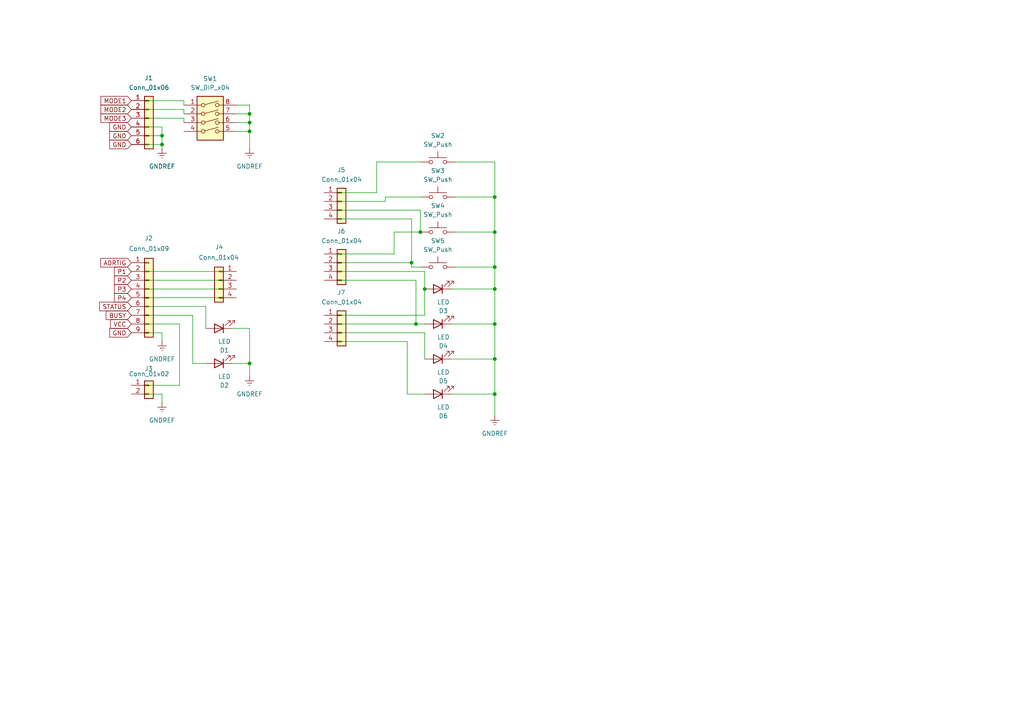
<source format=kicad_sch>
(kicad_sch (version 20231120) (generator "eeschema") (generator_version "8.0")
  (paper "A4")
  (title_block (title "IMBLE3 interface test") (date "2025-01-24") (rev "0.1") (company "Interplan Co,. Ltd."))
  (lib_symbols
    (symbol "Connector_Generic:Conn_01x02" (pin_names (offset 1.016) hide)
      (property "Reference" "J" (at 0 2.54 0))
      (property "Value" "Conn_01x02" (at 0 -5.08 0))
      (symbol "Conn_01x02_1_1"
        (rectangle (start -1.27 -2.413) (end 0 -2.667) (stroke (width 0.1524)))
        (rectangle (start -1.27 0.127) (end 0 -0.127) (stroke (width 0.1524)))
        (rectangle (start -1.27 1.27) (end 1.27 -3.81) (stroke (width 0.254)) (fill (type background)))
        (pin passive line (at -5.08 0 0) (length 3.81) (name "Pin_1") (number "1"))
        (pin passive line (at -5.08 -2.54 0) (length 3.81) (name "Pin_2") (number "2"))
      )
    )
    (symbol "Connector_Generic:Conn_01x04" (pin_names (offset 1.016) hide)
      (property "Reference" "J" (at 0 5.08 0))
      (property "Value" "Conn_01x04" (at 0 -7.62 0))
      (symbol "Conn_01x04_1_1"
        (rectangle (start -1.27 -4.953) (end 0 -5.207) (stroke (width 0.1524)))
        (rectangle (start -1.27 -2.413) (end 0 -2.667) (stroke (width 0.1524)))
        (rectangle (start -1.27 0.127) (end 0 -0.127) (stroke (width 0.1524)))
        (rectangle (start -1.27 2.667) (end 0 2.413) (stroke (width 0.1524)))
        (rectangle (start -1.27 3.81) (end 1.27 -6.35) (stroke (width 0.254)) (fill (type background)))
        (pin passive line (at -5.08 2.54 0) (length 3.81) (name "Pin_1") (number "1"))
        (pin passive line (at -5.08 0 0) (length 3.81) (name "Pin_2") (number "2"))
        (pin passive line (at -5.08 -2.54 0) (length 3.81) (name "Pin_3") (number "3"))
        (pin passive line (at -5.08 -5.08 0) (length 3.81) (name "Pin_4") (number "4"))
      )
    )
    (symbol "Connector_Generic:Conn_01x06" (pin_names (offset 1.016) hide)
      (property "Reference" "J" (at 0 7.62 0))
      (property "Value" "Conn_01x06" (at 0 -10.16 0))
      (symbol "Conn_01x06_1_1"
        (rectangle (start -1.27 -7.493) (end 0 -7.747) (stroke (width 0.1524)))
        (rectangle (start -1.27 -4.953) (end 0 -5.207) (stroke (width 0.1524)))
        (rectangle (start -1.27 -2.413) (end 0 -2.667) (stroke (width 0.1524)))
        (rectangle (start -1.27 0.127) (end 0 -0.127) (stroke (width 0.1524)))
        (rectangle (start -1.27 2.667) (end 0 2.413) (stroke (width 0.1524)))
        (rectangle (start -1.27 5.207) (end 0 4.953) (stroke (width 0.1524)))
        (rectangle (start -1.27 6.35) (end 1.27 -8.89) (stroke (width 0.254)) (fill (type background)))
        (pin passive line (at -5.08 5.08 0) (length 3.81) (name "Pin_1") (number "1"))
        (pin passive line (at -5.08 2.54 0) (length 3.81) (name "Pin_2") (number "2"))
        (pin passive line (at -5.08 0 0) (length 3.81) (name "Pin_3") (number "3"))
        (pin passive line (at -5.08 -2.54 0) (length 3.81) (name "Pin_4") (number "4"))
        (pin passive line (at -5.08 -5.08 0) (length 3.81) (name "Pin_5") (number "5"))
        (pin passive line (at -5.08 -7.62 0) (length 3.81) (name "Pin_6") (number "6"))
      )
    )
    (symbol "Connector_Generic:Conn_01x09" (pin_names (offset 1.016) hide)
      (property "Reference" "J" (at 0 12.7 0))
      (property "Value" "Conn_01x09" (at 0 -12.7 0))
      (symbol "Conn_01x09_1_1"
        (rectangle (start -1.27 -10.033) (end 0 -10.287) (stroke (width 0.1524)))
        (rectangle (start -1.27 -7.493) (end 0 -7.747) (stroke (width 0.1524)))
        (rectangle (start -1.27 -4.953) (end 0 -5.207) (stroke (width 0.1524)))
        (rectangle (start -1.27 -2.413) (end 0 -2.667) (stroke (width 0.1524)))
        (rectangle (start -1.27 0.127) (end 0 -0.127) (stroke (width 0.1524)))
        (rectangle (start -1.27 2.667) (end 0 2.413) (stroke (width 0.1524)))
        (rectangle (start -1.27 5.207) (end 0 4.953) (stroke (width 0.1524)))
        (rectangle (start -1.27 7.747) (end 0 7.493) (stroke (width 0.1524)))
        (rectangle (start -1.27 10.287) (end 0 10.033) (stroke (width 0.1524)))
        (rectangle (start -1.27 11.43) (end 1.27 -11.43) (stroke (width 0.254)) (fill (type background)))
        (pin passive line (at -5.08 10.16 0) (length 3.81) (name "Pin_1") (number "1"))
        (pin passive line (at -5.08 7.62 0) (length 3.81) (name "Pin_2") (number "2"))
        (pin passive line (at -5.08 5.08 0) (length 3.81) (name "Pin_3") (number "3"))
        (pin passive line (at -5.08 2.54 0) (length 3.81) (name "Pin_4") (number "4"))
        (pin passive line (at -5.08 0 0) (length 3.81) (name "Pin_5") (number "5"))
        (pin passive line (at -5.08 -2.54 0) (length 3.81) (name "Pin_6") (number "6"))
        (pin passive line (at -5.08 -5.08 0) (length 3.81) (name "Pin_7") (number "7"))
        (pin passive line (at -5.08 -7.62 0) (length 3.81) (name "Pin_8") (number "8"))
        (pin passive line (at -5.08 -10.16 0) (length 3.81) (name "Pin_9") (number "9"))
      )
    )
    (symbol "Device:LED" (pin_numbers hide) (pin_names (offset 1.016) hide)
      (property "Reference" "D" (at 0 2.54 0))
      (property "Value" "LED" (at 0 -2.54 0))
      (symbol "LED_0_1"
        (polyline (pts (xy -1.27 -1.27) (xy -1.27 1.27)) (stroke (width 0.254)))
        (polyline (pts (xy -1.27 0) (xy 1.27 0)))
        (polyline (pts (xy 1.27 -1.27) (xy 1.27 1.27) (xy -1.27 0) (xy 1.27 -1.27)) (stroke (width 0.254)))
        (polyline (pts (xy -3.048 -0.762) (xy -4.572 -2.286) (xy -3.81 -2.286) (xy -4.572 -2.286) (xy -4.572 -1.524)))
        (polyline (pts (xy -1.778 -0.762) (xy -3.302 -2.286) (xy -2.54 -2.286) (xy -3.302 -2.286) (xy -3.302 -1.524)))
      )
      (symbol "LED_1_1"
        (pin passive line (at -3.81 0 0) (length 2.54) (name "K") (number "1"))
        (pin passive line (at 3.81 0 180) (length 2.54) (name "A") (number "2"))
      )
    )
    (symbol "Switch:SW_DIP_x04" (pin_names (offset 0) hide)
      (property "Reference" "SW" (at 0 8.89 0))
      (property "Value" "SW_DIP_x04" (at 0 -6.35 0))
      (symbol "SW_DIP_x04_0_0"
        (circle (center -2.032 -2.54) (radius 0.508))
        (circle (center -2.032 0) (radius 0.508))
        (circle (center -2.032 2.54) (radius 0.508))
        (circle (center -2.032 5.08) (radius 0.508))
        (polyline (pts (xy -1.524 -2.3876) (xy 2.3622 -1.3462)))
        (polyline (pts (xy -1.524 0.127) (xy 2.3622 1.1684)))
        (polyline (pts (xy -1.524 2.667) (xy 2.3622 3.7084)))
        (polyline (pts (xy -1.524 5.207) (xy 2.3622 6.2484)))
        (circle (center 2.032 -2.54) (radius 0.508))
        (circle (center 2.032 0) (radius 0.508))
        (circle (center 2.032 2.54) (radius 0.508))
        (circle (center 2.032 5.08) (radius 0.508))
      )
      (symbol "SW_DIP_x04_0_1"
        (rectangle (start -3.81 7.62) (end 3.81 -5.08) (stroke (width 0.254)) (fill (type background)))
      )
      (symbol "SW_DIP_x04_1_1"
        (pin passive line (at -7.62 5.08 0) (length 5.08) (name "~") (number "1"))
        (pin passive line (at -7.62 2.54 0) (length 5.08) (name "~") (number "2"))
        (pin passive line (at -7.62 0 0) (length 5.08) (name "~") (number "3"))
        (pin passive line (at -7.62 -2.54 0) (length 5.08) (name "~") (number "4"))
        (pin passive line (at 7.62 -2.54 180) (length 5.08) (name "~") (number "5"))
        (pin passive line (at 7.62 0 180) (length 5.08) (name "~") (number "6"))
        (pin passive line (at 7.62 2.54 180) (length 5.08) (name "~") (number "7"))
        (pin passive line (at 7.62 5.08 180) (length 5.08) (name "~") (number "8"))
      )
    )
    (symbol "Switch:SW_Push" (pin_numbers hide) (pin_names (offset 1.016) hide)
      (property "Reference" "SW" (at 1.27 2.54 0))
      (property "Value" "SW_Push" (at 0 -1.524 0))
      (symbol "SW_Push_0_1"
        (circle (center -2.032 0) (radius 0.508))
        (polyline (pts (xy 0 1.27) (xy 0 3.048)))
        (polyline (pts (xy 2.54 1.27) (xy -2.54 1.27)))
        (circle (center 2.032 0) (radius 0.508))
        (pin passive line (at -5.08 0 0) (length 2.54) (name "1") (number "1"))
        (pin passive line (at 5.08 0 180) (length 2.54) (name "2") (number "2"))
      )
    )
    (symbol "power:GNDREF" (power) (pin_numbers hide) (pin_names (offset 0) hide)
      (property "Value" "GNDREF" (at 0 -3.81 0))
      (symbol "GNDREF_0_1"
        (polyline (pts (xy -0.635 -1.905) (xy 0.635 -1.905)))
        (polyline (pts (xy -0.127 -2.54) (xy 0.127 -2.54)))
        (polyline (pts (xy 0 -1.27) (xy 0 0)))
        (polyline (pts (xy 1.27 -1.27) (xy -1.27 -1.27)))
      )
      (symbol "GNDREF_1_1"
        (pin power_in line (at 0 0 270) (length 0) (name "~") (number "1"))
      )
    )
  )
  (junction (at 143.51 83.82))
  (junction (at 143.51 114.3))
  (junction (at 143.51 67.31))
  (junction (at 119.38 76.2))
  (junction (at 46.99 39.37))
  (junction (at 123.19 83.82))
  (junction (at 143.51 93.98))
  (junction (at 143.51 57.15))
  (junction (at 46.99 41.91))
  (junction (at 72.39 105.41))
  (junction (at 72.39 38.1))
  (junction (at 143.51 104.14))
  (junction (at 72.39 33.02))
  (junction (at 121.92 67.31))
  (junction (at 120.65 93.98))
  (junction (at 72.39 35.56))
  (junction (at 143.51 77.47))
  (wire (pts (xy 143.51 67.31) (xy 143.51 77.47)))
  (wire (pts (xy 68.58 33.02) (xy 72.39 33.02)))
  (wire (pts (xy 120.65 81.28) (xy 120.65 93.98)))
  (wire (pts (xy 121.92 60.96) (xy 121.92 67.31)))
  (wire (pts (xy 41.91 81.28) (xy 64.77 81.28)))
  (wire (pts (xy 143.51 114.3) (xy 143.51 120.65)))
  (wire (pts (xy 143.51 83.82) (xy 143.51 77.47)))
  (wire (pts (xy 123.19 91.44) (xy 123.19 83.82)))
  (wire (pts (xy 111.76 57.15) (xy 121.92 57.15)))
  (wire (pts (xy 109.22 55.88) (xy 109.22 46.99)))
  (wire (pts (xy 72.39 35.56) (xy 72.39 38.1)))
  (wire (pts (xy 53.34 31.75) (xy 53.34 33.02)))
  (wire (pts (xy 41.91 36.83) (xy 46.99 36.83)))
  (wire (pts (xy 97.79 99.06) (xy 118.11 99.06)))
  (wire (pts (xy 143.51 93.98) (xy 143.51 104.14)))
  (wire (pts (xy 118.11 114.3) (xy 123.19 114.3)))
  (wire (pts (xy 46.99 39.37) (xy 46.99 41.91)))
  (wire (pts (xy 46.99 114.3) (xy 46.99 116.84)))
  (wire (pts (xy 120.65 93.98) (xy 123.19 93.98)))
  (wire (pts (xy 41.91 91.44) (xy 55.88 91.44)))
  (wire (pts (xy 46.99 36.83) (xy 46.99 39.37)))
  (wire (pts (xy 97.79 96.52) (xy 123.19 96.52)))
  (wire (pts (xy 41.91 86.36) (xy 64.77 86.36)))
  (wire (pts (xy 132.08 57.15) (xy 143.51 57.15)))
  (wire (pts (xy 130.81 93.98) (xy 143.51 93.98)))
  (wire (pts (xy 55.88 105.41) (xy 59.69 105.41)))
  (wire (pts (xy 130.81 114.3) (xy 143.51 114.3)))
  (wire (pts (xy 111.76 58.42) (xy 111.76 57.15)))
  (wire (pts (xy 97.79 93.98) (xy 120.65 93.98)))
  (wire (pts (xy 130.81 104.14) (xy 143.51 104.14)))
  (wire (pts (xy 114.3 73.66) (xy 114.3 67.31)))
  (wire (pts (xy 143.51 77.47) (xy 132.08 77.47)))
  (wire (pts (xy 67.31 95.25) (xy 72.39 95.25)))
  (wire (pts (xy 118.11 99.06) (xy 118.11 114.3)))
  (wire (pts (xy 68.58 30.48) (xy 72.39 30.48)))
  (wire (pts (xy 41.91 78.74) (xy 64.77 78.74)))
  (wire (pts (xy 109.22 46.99) (xy 121.92 46.99)))
  (wire (pts (xy 132.08 46.99) (xy 143.51 46.99)))
  (wire (pts (xy 72.39 33.02) (xy 72.39 35.56)))
  (wire (pts (xy 41.91 83.82) (xy 64.77 83.82)))
  (wire (pts (xy 123.19 78.74) (xy 123.19 83.82)))
  (wire (pts (xy 41.91 29.21) (xy 53.34 29.21)))
  (wire (pts (xy 72.39 30.48) (xy 72.39 33.02)))
  (wire (pts (xy 41.91 93.98) (xy 52.07 93.98)))
  (wire (pts (xy 72.39 38.1) (xy 72.39 43.18)))
  (wire (pts (xy 67.31 105.41) (xy 72.39 105.41)))
  (wire (pts (xy 97.79 58.42) (xy 111.76 58.42)))
  (wire (pts (xy 53.34 34.29) (xy 53.34 35.56)))
  (wire (pts (xy 97.79 73.66) (xy 114.3 73.66)))
  (wire (pts (xy 41.91 88.9) (xy 59.69 88.9)))
  (wire (pts (xy 114.3 67.31) (xy 121.92 67.31)))
  (wire (pts (xy 41.91 114.3) (xy 46.99 114.3)))
  (wire (pts (xy 41.91 34.29) (xy 53.34 34.29)))
  (wire (pts (xy 119.38 77.47) (xy 121.92 77.47)))
  (wire (pts (xy 68.58 35.56) (xy 72.39 35.56)))
  (wire (pts (xy 97.79 55.88) (xy 109.22 55.88)))
  (wire (pts (xy 132.08 67.31) (xy 143.51 67.31)))
  (wire (pts (xy 119.38 76.2) (xy 119.38 77.47)))
  (wire (pts (xy 97.79 78.74) (xy 123.19 78.74)))
  (wire (pts (xy 97.79 76.2) (xy 119.38 76.2)))
  (wire (pts (xy 72.39 105.41) (xy 72.39 109.22)))
  (wire (pts (xy 41.91 31.75) (xy 53.34 31.75)))
  (wire (pts (xy 97.79 81.28) (xy 120.65 81.28)))
  (wire (pts (xy 119.38 63.5) (xy 119.38 76.2)))
  (wire (pts (xy 52.07 93.98) (xy 52.07 111.76)))
  (wire (pts (xy 97.79 91.44) (xy 123.19 91.44)))
  (wire (pts (xy 55.88 91.44) (xy 55.88 105.41)))
  (wire (pts (xy 53.34 29.21) (xy 53.34 30.48)))
  (wire (pts (xy 41.91 39.37) (xy 46.99 39.37)))
  (wire (pts (xy 46.99 41.91) (xy 46.99 43.18)))
  (wire (pts (xy 143.51 46.99) (xy 143.51 57.15)))
  (wire (pts (xy 46.99 96.52) (xy 46.99 99.06)))
  (wire (pts (xy 72.39 95.25) (xy 72.39 105.41)))
  (wire (pts (xy 41.91 41.91) (xy 46.99 41.91)))
  (wire (pts (xy 97.79 60.96) (xy 121.92 60.96)))
  (wire (pts (xy 41.91 96.52) (xy 46.99 96.52)))
  (wire (pts (xy 143.51 57.15) (xy 143.51 67.31)))
  (wire (pts (xy 143.51 93.98) (xy 143.51 83.82)))
  (wire (pts (xy 130.81 83.82) (xy 143.51 83.82)))
  (wire (pts (xy 143.51 104.14) (xy 143.51 114.3)))
  (wire (pts (xy 97.79 63.5) (xy 119.38 63.5)))
  (wire (pts (xy 41.91 111.76) (xy 52.07 111.76)))
  (wire (pts (xy 68.58 38.1) (xy 72.39 38.1)))
  (wire (pts (xy 123.19 96.52) (xy 123.19 104.14)))
  (wire (pts (xy 59.69 88.9) (xy 59.69 95.25)))
  (global_label "ADRTIG" (shape input) (at 38.1 76.2 180) (property "Intersheetrefs" "${INTERSHEET_REFS}" (effects (hide yes))))
  (global_label "GND" (shape input) (at 38.1 96.52 180) (property "Intersheetrefs" "${INTERSHEET_REFS}" (effects (hide yes))))
  (global_label "GND" (shape input) (at 38.1 41.91 180) (property "Intersheetrefs" "${INTERSHEET_REFS}" (effects (hide yes))))
  (global_label "P2" (shape input) (at 38.1 81.28 180) (property "Intersheetrefs" "${INTERSHEET_REFS}" (effects (hide yes))))
  (global_label "MODE3" (shape input) (at 38.1 34.29 180) (property "Intersheetrefs" "${INTERSHEET_REFS}" (effects (hide yes))))
  (global_label "P1" (shape input) (at 38.1 78.74 180) (property "Intersheetrefs" "${INTERSHEET_REFS}" (effects (hide yes))))
  (global_label "MODE2" (shape input) (at 38.1 31.75 180) (property "Intersheetrefs" "${INTERSHEET_REFS}" (effects (hide yes))))
  (global_label "MODE1" (shape input) (at 38.1 29.21 180) (property "Intersheetrefs" "${INTERSHEET_REFS}" (effects (hide yes))))
  (global_label "VCC" (shape input) (at 38.1 93.98 180) (property "Intersheetrefs" "${INTERSHEET_REFS}" (effects (hide yes))))
  (global_label "P4" (shape input) (at 38.1 86.36 180) (property "Intersheetrefs" "${INTERSHEET_REFS}" (effects (hide yes))))
  (global_label "P3" (shape input) (at 38.1 83.82 180) (property "Intersheetrefs" "${INTERSHEET_REFS}" (effects (hide yes))))
  (global_label "STATUS" (shape input) (at 38.1 88.9 180) (property "Intersheetrefs" "${INTERSHEET_REFS}" (effects (hide yes))))
  (global_label "GND" (shape input) (at 38.1 36.83 180) (property "Intersheetrefs" "${INTERSHEET_REFS}" (effects (hide yes))))
  (global_label "BUSY" (shape input) (at 38.1 91.44 180) (property "Intersheetrefs" "${INTERSHEET_REFS}" (effects (hide yes))))
  (global_label "GND" (shape input) (at 38.1 39.37 180) (property "Intersheetrefs" "${INTERSHEET_REFS}" (effects (hide yes))))
  (symbol (lib_id "power:GNDREF") (at 72.39 109.22 0) (unit 1)
    (property "Reference" "#PWR05" (effects (hide yes)))
    (property "Value" "GNDREF" (at 72.39 114.3 0))
    (property "Description" "Power symbol creates a global label with name \"GNDREF\" , reference supply ground" (effects (hide yes)))
  )
  (symbol (lib_id "Connector_Generic:Conn_01x02") (at 43.18 111.76 0) (unit 1)
    (property "Reference" "J3" (at 41.91 106.934 0) (effects (justify left)))
    (property "Value" "Conn_01x02" (at 37.338 108.458 0) (effects (justify left)))
    (property "Description" "Generic connector, single row, 01x02, script generated (kicad-library-utils/schlib/autogen/connector/)" (effects (hide yes)))
  )
  (symbol (lib_id "power:GNDREF") (at 143.51 120.65 0) (unit 1)
    (property "Reference" "#PWR06" (effects (hide yes)))
    (property "Value" "GNDREF" (at 143.51 125.73 0))
    (property "Description" "Power symbol creates a global label with name \"GNDREF\" , reference supply ground" (effects (hide yes)))
  )
  (symbol (lib_id "Switch:SW_Push") (at 127 57.15 0) (unit 1)
    (property "Reference" "SW3" (at 127 49.53 0))
    (property "Value" "SW_Push" (at 127 52.07 0))
    (property "Description" "Push button switch, generic, two pins" (effects (hide yes)))
  )
  (symbol (lib_id "Switch:SW_Push") (at 127 67.31 0) (unit 1)
    (property "Reference" "SW4" (at 127 59.69 0))
    (property "Value" "SW_Push" (at 127 62.23 0))
    (property "Description" "Push button switch, generic, two pins" (effects (hide yes)))
  )
  (symbol (lib_id "Device:LED") (at 63.5 105.41 180) (unit 1)
    (property "Reference" "D2" (at 65.0875 111.76 0))
    (property "Value" "LED" (at 65.0875 109.22 0))
    (property "Description" "Light emitting diode" (effects (hide yes)))
  )
  (symbol (lib_id "Device:LED") (at 63.5 95.25 180) (unit 1)
    (property "Reference" "D1" (at 65.0875 101.6 0))
    (property "Value" "LED" (at 65.0875 99.06 0))
    (property "Description" "Light emitting diode" (effects (hide yes)))
  )
  (symbol (lib_id "Connector_Generic:Conn_01x06") (at 43.18 34.29 0) (unit 1)
    (property "Reference" "J1" (at 41.91 22.606 0) (effects (justify left)))
    (property "Value" "Conn_01x06" (at 37.338 25.4 0) (effects (justify left)))
    (property "Description" "Generic connector, single row, 01x06, script generated (kicad-library-utils/schlib/autogen/connector/)" (effects (hide yes)))
  )
  (symbol (lib_id "Switch:SW_Push") (at 127 46.99 0) (unit 1)
    (property "Reference" "SW2" (at 127 39.37 0))
    (property "Value" "SW_Push" (at 127 41.91 0))
    (property "Description" "Push button switch, generic, two pins" (effects (hide yes)))
  )
  (symbol (lib_id "Connector_Generic:Conn_01x04") (at 99.06 76.2 0) (unit 1)
    (property "Reference" "J6" (at 97.79 67.056 0) (effects (justify left)))
    (property "Value" "Conn_01x04" (at 93.218 69.85 0) (effects (justify left)))
    (property "Description" "Generic connector, single row, 01x04, script generated (kicad-library-utils/schlib/autogen/connector/)" (effects (hide yes)))
  )
  (symbol (lib_id "Device:LED") (at 127 83.82 180) (unit 1)
    (property "Reference" "D3" (at 128.5875 90.17 0))
    (property "Value" "LED" (at 128.5875 87.63 0))
    (property "Description" "Light emitting diode" (effects (hide yes)))
  )
  (symbol (lib_id "power:GNDREF") (at 46.99 99.06 0) (unit 1)
    (property "Reference" "#PWR03" (effects (hide yes)))
    (property "Value" "GNDREF" (at 46.99 104.14 0))
    (property "Description" "Power symbol creates a global label with name \"GNDREF\" , reference supply ground" (effects (hide yes)))
  )
  (symbol (lib_id "Switch:SW_Push") (at 127 77.47 0) (unit 1)
    (property "Reference" "SW5" (at 127 69.85 0))
    (property "Value" "SW_Push" (at 127 72.39 0))
    (property "Description" "Push button switch, generic, two pins" (effects (hide yes)))
  )
  (symbol (lib_id "Connector_Generic:Conn_01x09") (at 43.18 86.36 0) (unit 1)
    (property "Reference" "J2" (at 41.91 69.088 0) (effects (justify left)))
    (property "Value" "Conn_01x09" (at 37.338 72.136 0) (effects (justify left)))
    (property "Description" "Generic connector, single row, 01x09, script generated (kicad-library-utils/schlib/autogen/connector/)" (effects (hide yes)))
  )
  (symbol (lib_id "Connector_Generic:Conn_01x04") (at 63.5 81.28 0) (mirror y) (unit 1)
    (property "Reference" "J4" (at 64.77 71.628 0) (effects (justify left)))
    (property "Value" "Conn_01x04" (at 69.342 74.676 0) (effects (justify left)))
    (property "Description" "Generic connector, single row, 01x04, script generated (kicad-library-utils/schlib/autogen/connector/)" (effects (hide yes)))
  )
  (symbol (lib_id "power:GNDREF") (at 72.39 43.18 0) (unit 1)
    (property "Reference" "#PWR02" (effects (hide yes)))
    (property "Value" "GNDREF" (at 72.39 48.26 0))
    (property "Description" "Power symbol creates a global label with name \"GNDREF\" , reference supply ground" (effects (hide yes)))
  )
  (symbol (lib_id "power:GNDREF") (at 46.99 43.18 0) (unit 1)
    (property "Reference" "#PWR01" (effects (hide yes)))
    (property "Value" "GNDREF" (at 46.99 48.26 0))
    (property "Description" "Power symbol creates a global label with name \"GNDREF\" , reference supply ground" (effects (hide yes)))
  )
  (symbol (lib_id "Device:LED") (at 127 93.98 180) (unit 1)
    (property "Reference" "D4" (at 128.5875 100.33 0))
    (property "Value" "LED" (at 128.5875 97.79 0))
    (property "Description" "Light emitting diode" (effects (hide yes)))
  )
  (symbol (lib_id "Connector_Generic:Conn_01x04") (at 99.06 58.42 0) (unit 1)
    (property "Reference" "J5" (at 97.79 49.276 0) (effects (justify left)))
    (property "Value" "Conn_01x04" (at 93.218 52.07 0) (effects (justify left)))
    (property "Description" "Generic connector, single row, 01x04, script generated (kicad-library-utils/schlib/autogen/connector/)" (effects (hide yes)))
  )
  (symbol (lib_id "power:GNDREF") (at 46.99 116.84 0) (unit 1)
    (property "Reference" "#PWR04" (effects (hide yes)))
    (property "Value" "GNDREF" (at 46.99 121.92 0))
    (property "Description" "Power symbol creates a global label with name \"GNDREF\" , reference supply ground" (effects (hide yes)))
  )
  (symbol (lib_id "Switch:SW_DIP_x04") (at 60.96 35.56 0) (unit 1)
    (property "Reference" "SW1" (at 60.96 22.86 0))
    (property "Value" "SW_DIP_x04" (at 60.96 25.4 0))
    (property "Description" "4x DIP Switch, Single Pole Single Throw (SPST) switch, small symbol" (effects (hide yes)))
  )
  (symbol (lib_id "Device:LED") (at 127 104.14 180) (unit 1)
    (property "Reference" "D5" (at 128.5875 110.49 0))
    (property "Value" "LED" (at 128.5875 107.95 0))
    (property "Description" "Light emitting diode" (effects (hide yes)))
  )
  (symbol (lib_id "Device:LED") (at 127 114.3 180) (unit 1)
    (property "Reference" "D6" (at 128.5875 120.65 0))
    (property "Value" "LED" (at 128.5875 118.11 0))
    (property "Description" "Light emitting diode" (effects (hide yes)))
  )
  (symbol (lib_id "Connector_Generic:Conn_01x04") (at 99.06 93.98 0) (unit 1)
    (property "Reference" "J7" (at 97.79 84.836 0) (effects (justify left)))
    (property "Value" "Conn_01x04" (at 93.218 87.63 0) (effects (justify left)))
    (property "Description" "Generic connector, single row, 01x04, script generated (kicad-library-utils/schlib/autogen/connector/)" (effects (hide yes)))
  )
)
</source>
